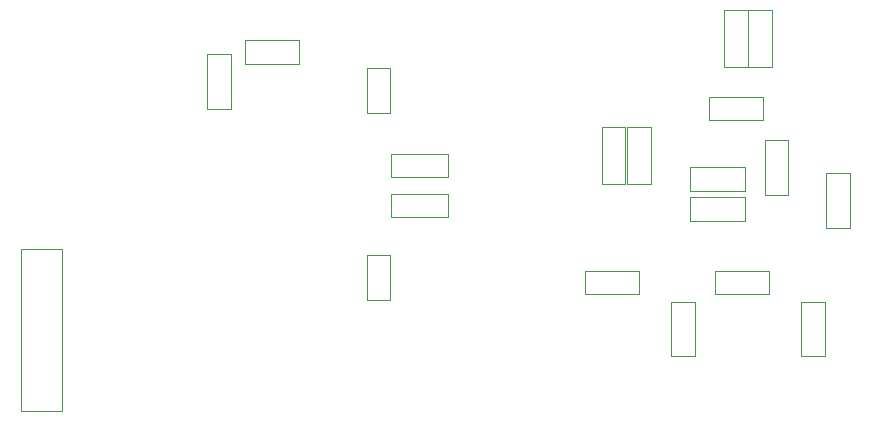
<source format=gbr>
G04 #@! TF.FileFunction,Other,User*
%FSLAX46Y46*%
G04 Gerber Fmt 4.6, Leading zero omitted, Abs format (unit mm)*
G04 Created by KiCad (PCBNEW 4.0.5) date Thu Feb 16 15:30:16 2017*
%MOMM*%
%LPD*%
G01*
G04 APERTURE LIST*
%ADD10C,0.100000*%
%ADD11C,0.050000*%
G04 APERTURE END LIST*
D10*
D11*
X146400000Y-74600000D02*
X141600000Y-74600000D01*
X146400000Y-76600000D02*
X141600000Y-76600000D01*
X146400000Y-74600000D02*
X146400000Y-76600000D01*
X141600000Y-74600000D02*
X141600000Y-76600000D01*
X139550000Y-71150000D02*
X141450000Y-71150000D01*
X141450000Y-71150000D02*
X141450000Y-67350000D01*
X141450000Y-67350000D02*
X139550000Y-67350000D01*
X139550000Y-67350000D02*
X139550000Y-71150000D01*
X141450000Y-83200000D02*
X139550000Y-83200000D01*
X139550000Y-83200000D02*
X139550000Y-87000000D01*
X139550000Y-87000000D02*
X141450000Y-87000000D01*
X141450000Y-87000000D02*
X141450000Y-83200000D01*
X146400000Y-78000000D02*
X141600000Y-78000000D01*
X146400000Y-80000000D02*
X141600000Y-80000000D01*
X146400000Y-78000000D02*
X146400000Y-80000000D01*
X141600000Y-78000000D02*
X141600000Y-80000000D01*
X128000000Y-70800000D02*
X128000000Y-66200000D01*
X126000000Y-70800000D02*
X126000000Y-66200000D01*
X128000000Y-70800000D02*
X126000000Y-70800000D01*
X128000000Y-66200000D02*
X126000000Y-66200000D01*
X133800000Y-65000000D02*
X129200000Y-65000000D01*
X133800000Y-67000000D02*
X129200000Y-67000000D01*
X133800000Y-65000000D02*
X133800000Y-67000000D01*
X129200000Y-65000000D02*
X129200000Y-67000000D01*
X110250000Y-96370000D02*
X110250000Y-82670000D01*
X113750000Y-96370000D02*
X113750000Y-82670000D01*
X110250000Y-96370000D02*
X113750000Y-96370000D01*
X110250000Y-82670000D02*
X113750000Y-82670000D01*
X176310000Y-87180000D02*
X176310000Y-91780000D01*
X178310000Y-87180000D02*
X178310000Y-91780000D01*
X176310000Y-87180000D02*
X178310000Y-87180000D01*
X176310000Y-91780000D02*
X178310000Y-91780000D01*
X173580000Y-84510000D02*
X168980000Y-84510000D01*
X173580000Y-86510000D02*
X168980000Y-86510000D01*
X173580000Y-84510000D02*
X173580000Y-86510000D01*
X168980000Y-84510000D02*
X168980000Y-86510000D01*
X165310000Y-87180000D02*
X165310000Y-91780000D01*
X167310000Y-87180000D02*
X167310000Y-91780000D01*
X165310000Y-87180000D02*
X167310000Y-87180000D01*
X165310000Y-91780000D02*
X167310000Y-91780000D01*
X162610000Y-84530000D02*
X158010000Y-84530000D01*
X162610000Y-86530000D02*
X158010000Y-86530000D01*
X162610000Y-84530000D02*
X162610000Y-86530000D01*
X158010000Y-84530000D02*
X158010000Y-86530000D01*
X161406106Y-77187512D02*
X161406106Y-72387512D01*
X159406106Y-77187512D02*
X159406106Y-72387512D01*
X161406106Y-77187512D02*
X159406106Y-77187512D01*
X161406106Y-72387512D02*
X159406106Y-72387512D01*
X163563572Y-77187512D02*
X163563572Y-72387512D01*
X161563572Y-77187512D02*
X161563572Y-72387512D01*
X163563572Y-77187512D02*
X161563572Y-77187512D01*
X163563572Y-72387512D02*
X161563572Y-72387512D01*
X171810000Y-62480000D02*
X171810000Y-67280000D01*
X173810000Y-62480000D02*
X173810000Y-67280000D01*
X171810000Y-62480000D02*
X173810000Y-62480000D01*
X171810000Y-67280000D02*
X173810000Y-67280000D01*
X171810000Y-67280000D02*
X171810000Y-62480000D01*
X169810000Y-67280000D02*
X169810000Y-62480000D01*
X171810000Y-67280000D02*
X169810000Y-67280000D01*
X171810000Y-62480000D02*
X169810000Y-62480000D01*
X171510000Y-75780000D02*
X166910000Y-75780000D01*
X171510000Y-77780000D02*
X166910000Y-77780000D01*
X171510000Y-75780000D02*
X171510000Y-77780000D01*
X166910000Y-75780000D02*
X166910000Y-77780000D01*
X171510000Y-78280000D02*
X166910000Y-78280000D01*
X171510000Y-80280000D02*
X166910000Y-80280000D01*
X171510000Y-78280000D02*
X171510000Y-80280000D01*
X166910000Y-78280000D02*
X166910000Y-80280000D01*
X173210000Y-73480000D02*
X173210000Y-78080000D01*
X175210000Y-73480000D02*
X175210000Y-78080000D01*
X173210000Y-73480000D02*
X175210000Y-73480000D01*
X173210000Y-78080000D02*
X175210000Y-78080000D01*
X168510000Y-71780000D02*
X173110000Y-71780000D01*
X168510000Y-69780000D02*
X173110000Y-69780000D01*
X168510000Y-71780000D02*
X168510000Y-69780000D01*
X173110000Y-71780000D02*
X173110000Y-69780000D01*
X178410000Y-76280000D02*
X178410000Y-80880000D01*
X180410000Y-76280000D02*
X180410000Y-80880000D01*
X178410000Y-76280000D02*
X180410000Y-76280000D01*
X178410000Y-80880000D02*
X180410000Y-80880000D01*
M02*

</source>
